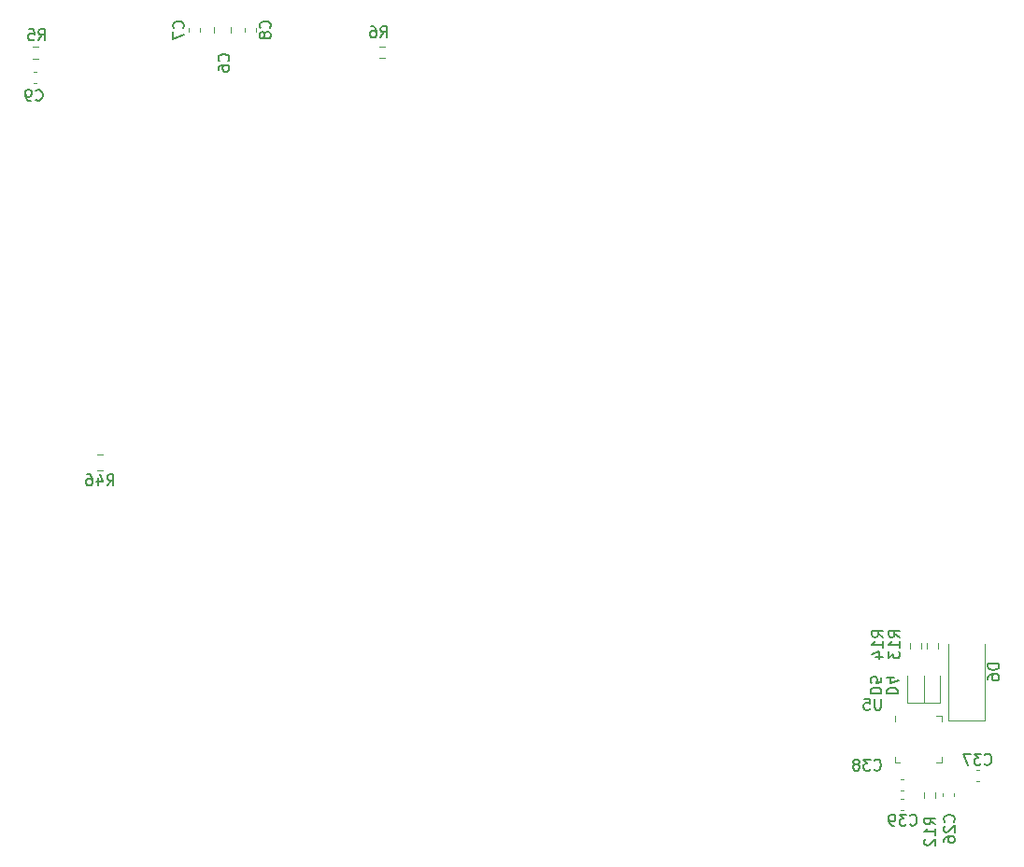
<source format=gbr>
%TF.GenerationSoftware,KiCad,Pcbnew,(5.1.12)-1*%
%TF.CreationDate,2022-03-24T08:21:23-05:00*%
%TF.ProjectId,Psoc-CTF,50736f63-2d43-4544-962e-6b696361645f,rev?*%
%TF.SameCoordinates,Original*%
%TF.FileFunction,Legend,Bot*%
%TF.FilePolarity,Positive*%
%FSLAX46Y46*%
G04 Gerber Fmt 4.6, Leading zero omitted, Abs format (unit mm)*
G04 Created by KiCad (PCBNEW (5.1.12)-1) date 2022-03-24 08:21:23*
%MOMM*%
%LPD*%
G01*
G04 APERTURE LIST*
%ADD10C,0.120000*%
%ADD11C,0.150000*%
G04 APERTURE END LIST*
D10*
%TO.C,U5*%
X197026000Y-112853000D02*
X197026000Y-112378000D01*
X201246000Y-116598000D02*
X200771000Y-116598000D01*
X201246000Y-116123000D02*
X201246000Y-116598000D01*
X201246000Y-112378000D02*
X200771000Y-112378000D01*
X201246000Y-112853000D02*
X201246000Y-112378000D01*
X197026000Y-116598000D02*
X197501000Y-116598000D01*
X197026000Y-116123000D02*
X197026000Y-116598000D01*
%TO.C,R14*%
X199427000Y-105785275D02*
X199427000Y-106294723D01*
X198382000Y-105785275D02*
X198382000Y-106294723D01*
%TO.C,R13*%
X200927001Y-105785276D02*
X200927001Y-106294724D01*
X199882001Y-105785276D02*
X199882001Y-106294724D01*
%TO.C,R12*%
X199629500Y-119782724D02*
X199629500Y-119273276D01*
X200674500Y-119782724D02*
X200674500Y-119273276D01*
%TO.C,R6*%
X150320676Y-51613000D02*
X150830124Y-51613000D01*
X150320676Y-52658000D02*
X150830124Y-52658000D01*
%TO.C,R5*%
X118865876Y-51672000D02*
X119375324Y-51672000D01*
X118865876Y-52717000D02*
X119375324Y-52717000D01*
%TO.C,D6*%
X205148000Y-112765000D02*
X205148000Y-105865000D01*
X201848000Y-112765000D02*
X201848000Y-105865000D01*
X205148000Y-112765000D02*
X201848000Y-112765000D01*
%TO.C,D5*%
X198169500Y-111200000D02*
X198169500Y-108740000D01*
X199639500Y-111200000D02*
X198169500Y-111200000D01*
X199639500Y-108740000D02*
X199639500Y-111200000D01*
%TO.C,D4*%
X199669500Y-111200000D02*
X199669500Y-108740000D01*
X201139500Y-111200000D02*
X199669500Y-111200000D01*
X201139500Y-108740000D02*
X201139500Y-111200000D01*
%TO.C,C39*%
X197529233Y-119883500D02*
X197821767Y-119883500D01*
X197529233Y-120903500D02*
X197821767Y-120903500D01*
%TO.C,C38*%
X197529233Y-118105500D02*
X197821767Y-118105500D01*
X197529233Y-119125500D02*
X197821767Y-119125500D01*
%TO.C,C37*%
X204660767Y-118296000D02*
X204368233Y-118296000D01*
X204660767Y-117276000D02*
X204368233Y-117276000D01*
%TO.C,C26*%
X202376500Y-119358233D02*
X202376500Y-119650767D01*
X201356500Y-119358233D02*
X201356500Y-119650767D01*
%TO.C,C9*%
X119266867Y-54954500D02*
X118974333Y-54954500D01*
X119266867Y-53934500D02*
X118974333Y-53934500D01*
%TO.C,C8*%
X139087500Y-49996134D02*
X139087500Y-50288668D01*
X138067500Y-49996134D02*
X138067500Y-50288668D01*
%TO.C,C7*%
X134087500Y-49996132D02*
X134087500Y-50288666D01*
X133067500Y-49996132D02*
X133067500Y-50288666D01*
%TO.C,C6*%
X136812501Y-49881148D02*
X136812501Y-50403652D01*
X135342501Y-49881148D02*
X135342501Y-50403652D01*
%TO.C,R46*%
X124770936Y-88630000D02*
X125225064Y-88630000D01*
X124770936Y-90100000D02*
X125225064Y-90100000D01*
%TO.C,U5*%
D11*
X195759904Y-110817380D02*
X195759904Y-111626904D01*
X195712285Y-111722142D01*
X195664666Y-111769761D01*
X195569428Y-111817380D01*
X195378952Y-111817380D01*
X195283714Y-111769761D01*
X195236095Y-111722142D01*
X195188476Y-111626904D01*
X195188476Y-110817380D01*
X194236095Y-110817380D02*
X194712285Y-110817380D01*
X194759904Y-111293571D01*
X194712285Y-111245952D01*
X194617047Y-111198333D01*
X194378952Y-111198333D01*
X194283714Y-111245952D01*
X194236095Y-111293571D01*
X194188476Y-111388809D01*
X194188476Y-111626904D01*
X194236095Y-111722142D01*
X194283714Y-111769761D01*
X194378952Y-111817380D01*
X194617047Y-111817380D01*
X194712285Y-111769761D01*
X194759904Y-111722142D01*
%TO.C,R14*%
X195950380Y-105222142D02*
X195474190Y-104888809D01*
X195950380Y-104650714D02*
X194950380Y-104650714D01*
X194950380Y-105031666D01*
X194998000Y-105126904D01*
X195045619Y-105174523D01*
X195140857Y-105222142D01*
X195283714Y-105222142D01*
X195378952Y-105174523D01*
X195426571Y-105126904D01*
X195474190Y-105031666D01*
X195474190Y-104650714D01*
X195950380Y-106174523D02*
X195950380Y-105603095D01*
X195950380Y-105888809D02*
X194950380Y-105888809D01*
X195093238Y-105793571D01*
X195188476Y-105698333D01*
X195236095Y-105603095D01*
X195283714Y-107031666D02*
X195950380Y-107031666D01*
X194902761Y-106793571D02*
X195617047Y-106555476D01*
X195617047Y-107174523D01*
%TO.C,R13*%
X197450380Y-105222142D02*
X196974190Y-104888809D01*
X197450380Y-104650714D02*
X196450380Y-104650714D01*
X196450380Y-105031666D01*
X196498000Y-105126904D01*
X196545619Y-105174523D01*
X196640857Y-105222142D01*
X196783714Y-105222142D01*
X196878952Y-105174523D01*
X196926571Y-105126904D01*
X196974190Y-105031666D01*
X196974190Y-104650714D01*
X197450380Y-106174523D02*
X197450380Y-105603095D01*
X197450380Y-105888809D02*
X196450380Y-105888809D01*
X196593238Y-105793571D01*
X196688476Y-105698333D01*
X196736095Y-105603095D01*
X196450380Y-106507857D02*
X196450380Y-107126904D01*
X196831333Y-106793571D01*
X196831333Y-106936428D01*
X196878952Y-107031666D01*
X196926571Y-107079285D01*
X197021809Y-107126904D01*
X197259904Y-107126904D01*
X197355142Y-107079285D01*
X197402761Y-107031666D01*
X197450380Y-106936428D01*
X197450380Y-106650714D01*
X197402761Y-106555476D01*
X197355142Y-106507857D01*
%TO.C,R12*%
X200700380Y-122222142D02*
X200224190Y-121888809D01*
X200700380Y-121650714D02*
X199700380Y-121650714D01*
X199700380Y-122031666D01*
X199748000Y-122126904D01*
X199795619Y-122174523D01*
X199890857Y-122222142D01*
X200033714Y-122222142D01*
X200128952Y-122174523D01*
X200176571Y-122126904D01*
X200224190Y-122031666D01*
X200224190Y-121650714D01*
X200700380Y-123174523D02*
X200700380Y-122603095D01*
X200700380Y-122888809D02*
X199700380Y-122888809D01*
X199843238Y-122793571D01*
X199938476Y-122698333D01*
X199986095Y-122603095D01*
X199795619Y-123555476D02*
X199748000Y-123603095D01*
X199700380Y-123698333D01*
X199700380Y-123936428D01*
X199748000Y-124031666D01*
X199795619Y-124079285D01*
X199890857Y-124126904D01*
X199986095Y-124126904D01*
X200128952Y-124079285D01*
X200700380Y-123507857D01*
X200700380Y-124126904D01*
%TO.C,R6*%
X150414666Y-50817380D02*
X150748000Y-50341190D01*
X150986095Y-50817380D02*
X150986095Y-49817380D01*
X150605142Y-49817380D01*
X150509904Y-49865000D01*
X150462285Y-49912619D01*
X150414666Y-50007857D01*
X150414666Y-50150714D01*
X150462285Y-50245952D01*
X150509904Y-50293571D01*
X150605142Y-50341190D01*
X150986095Y-50341190D01*
X149557523Y-49817380D02*
X149748000Y-49817380D01*
X149843238Y-49865000D01*
X149890857Y-49912619D01*
X149986095Y-50055476D01*
X150033714Y-50245952D01*
X150033714Y-50626904D01*
X149986095Y-50722142D01*
X149938476Y-50769761D01*
X149843238Y-50817380D01*
X149652761Y-50817380D01*
X149557523Y-50769761D01*
X149509904Y-50722142D01*
X149462285Y-50626904D01*
X149462285Y-50388809D01*
X149509904Y-50293571D01*
X149557523Y-50245952D01*
X149652761Y-50198333D01*
X149843238Y-50198333D01*
X149938476Y-50245952D01*
X149986095Y-50293571D01*
X150033714Y-50388809D01*
%TO.C,R5*%
X119414666Y-51067380D02*
X119748000Y-50591190D01*
X119986095Y-51067380D02*
X119986095Y-50067380D01*
X119605142Y-50067380D01*
X119509904Y-50115000D01*
X119462285Y-50162619D01*
X119414666Y-50257857D01*
X119414666Y-50400714D01*
X119462285Y-50495952D01*
X119509904Y-50543571D01*
X119605142Y-50591190D01*
X119986095Y-50591190D01*
X118509904Y-50067380D02*
X118986095Y-50067380D01*
X119033714Y-50543571D01*
X118986095Y-50495952D01*
X118890857Y-50448333D01*
X118652761Y-50448333D01*
X118557523Y-50495952D01*
X118509904Y-50543571D01*
X118462285Y-50638809D01*
X118462285Y-50876904D01*
X118509904Y-50972142D01*
X118557523Y-51019761D01*
X118652761Y-51067380D01*
X118890857Y-51067380D01*
X118986095Y-51019761D01*
X119033714Y-50972142D01*
%TO.C,D6*%
X206450380Y-107626904D02*
X205450380Y-107626904D01*
X205450380Y-107865000D01*
X205498000Y-108007857D01*
X205593238Y-108103095D01*
X205688476Y-108150714D01*
X205878952Y-108198333D01*
X206021809Y-108198333D01*
X206212285Y-108150714D01*
X206307523Y-108103095D01*
X206402761Y-108007857D01*
X206450380Y-107865000D01*
X206450380Y-107626904D01*
X205450380Y-109055476D02*
X205450380Y-108865000D01*
X205498000Y-108769761D01*
X205545619Y-108722142D01*
X205688476Y-108626904D01*
X205878952Y-108579285D01*
X206259904Y-108579285D01*
X206355142Y-108626904D01*
X206402761Y-108674523D01*
X206450380Y-108769761D01*
X206450380Y-108960238D01*
X206402761Y-109055476D01*
X206355142Y-109103095D01*
X206259904Y-109150714D01*
X206021809Y-109150714D01*
X205926571Y-109103095D01*
X205878952Y-109055476D01*
X205831333Y-108960238D01*
X205831333Y-108769761D01*
X205878952Y-108674523D01*
X205926571Y-108626904D01*
X206021809Y-108579285D01*
%TO.C,D5*%
X194795619Y-110353095D02*
X195795619Y-110353095D01*
X195795619Y-110115000D01*
X195748000Y-109972142D01*
X195652761Y-109876904D01*
X195557523Y-109829285D01*
X195367047Y-109781666D01*
X195224190Y-109781666D01*
X195033714Y-109829285D01*
X194938476Y-109876904D01*
X194843238Y-109972142D01*
X194795619Y-110115000D01*
X194795619Y-110353095D01*
X195795619Y-108876904D02*
X195795619Y-109353095D01*
X195319428Y-109400714D01*
X195367047Y-109353095D01*
X195414666Y-109257857D01*
X195414666Y-109019761D01*
X195367047Y-108924523D01*
X195319428Y-108876904D01*
X195224190Y-108829285D01*
X194986095Y-108829285D01*
X194890857Y-108876904D01*
X194843238Y-108924523D01*
X194795619Y-109019761D01*
X194795619Y-109257857D01*
X194843238Y-109353095D01*
X194890857Y-109400714D01*
%TO.C,D4*%
X196295619Y-110353095D02*
X197295619Y-110353095D01*
X197295619Y-110115000D01*
X197248000Y-109972142D01*
X197152761Y-109876904D01*
X197057523Y-109829285D01*
X196867047Y-109781666D01*
X196724190Y-109781666D01*
X196533714Y-109829285D01*
X196438476Y-109876904D01*
X196343238Y-109972142D01*
X196295619Y-110115000D01*
X196295619Y-110353095D01*
X196962285Y-108924523D02*
X196295619Y-108924523D01*
X197343238Y-109162619D02*
X196628952Y-109400714D01*
X196628952Y-108781666D01*
%TO.C,C39*%
X198390857Y-122222142D02*
X198438476Y-122269761D01*
X198581333Y-122317380D01*
X198676571Y-122317380D01*
X198819428Y-122269761D01*
X198914666Y-122174523D01*
X198962285Y-122079285D01*
X199009904Y-121888809D01*
X199009904Y-121745952D01*
X198962285Y-121555476D01*
X198914666Y-121460238D01*
X198819428Y-121365000D01*
X198676571Y-121317380D01*
X198581333Y-121317380D01*
X198438476Y-121365000D01*
X198390857Y-121412619D01*
X198057523Y-121317380D02*
X197438476Y-121317380D01*
X197771809Y-121698333D01*
X197628952Y-121698333D01*
X197533714Y-121745952D01*
X197486095Y-121793571D01*
X197438476Y-121888809D01*
X197438476Y-122126904D01*
X197486095Y-122222142D01*
X197533714Y-122269761D01*
X197628952Y-122317380D01*
X197914666Y-122317380D01*
X198009904Y-122269761D01*
X198057523Y-122222142D01*
X196962285Y-122317380D02*
X196771809Y-122317380D01*
X196676571Y-122269761D01*
X196628952Y-122222142D01*
X196533714Y-122079285D01*
X196486095Y-121888809D01*
X196486095Y-121507857D01*
X196533714Y-121412619D01*
X196581333Y-121365000D01*
X196676571Y-121317380D01*
X196867047Y-121317380D01*
X196962285Y-121365000D01*
X197009904Y-121412619D01*
X197057523Y-121507857D01*
X197057523Y-121745952D01*
X197009904Y-121841190D01*
X196962285Y-121888809D01*
X196867047Y-121936428D01*
X196676571Y-121936428D01*
X196581333Y-121888809D01*
X196533714Y-121841190D01*
X196486095Y-121745952D01*
%TO.C,C38*%
X195140857Y-117222142D02*
X195188476Y-117269761D01*
X195331333Y-117317380D01*
X195426571Y-117317380D01*
X195569428Y-117269761D01*
X195664666Y-117174523D01*
X195712285Y-117079285D01*
X195759904Y-116888809D01*
X195759904Y-116745952D01*
X195712285Y-116555476D01*
X195664666Y-116460238D01*
X195569428Y-116365000D01*
X195426571Y-116317380D01*
X195331333Y-116317380D01*
X195188476Y-116365000D01*
X195140857Y-116412619D01*
X194807523Y-116317380D02*
X194188476Y-116317380D01*
X194521809Y-116698333D01*
X194378952Y-116698333D01*
X194283714Y-116745952D01*
X194236095Y-116793571D01*
X194188476Y-116888809D01*
X194188476Y-117126904D01*
X194236095Y-117222142D01*
X194283714Y-117269761D01*
X194378952Y-117317380D01*
X194664666Y-117317380D01*
X194759904Y-117269761D01*
X194807523Y-117222142D01*
X193617047Y-116745952D02*
X193712285Y-116698333D01*
X193759904Y-116650714D01*
X193807523Y-116555476D01*
X193807523Y-116507857D01*
X193759904Y-116412619D01*
X193712285Y-116365000D01*
X193617047Y-116317380D01*
X193426571Y-116317380D01*
X193331333Y-116365000D01*
X193283714Y-116412619D01*
X193236095Y-116507857D01*
X193236095Y-116555476D01*
X193283714Y-116650714D01*
X193331333Y-116698333D01*
X193426571Y-116745952D01*
X193617047Y-116745952D01*
X193712285Y-116793571D01*
X193759904Y-116841190D01*
X193807523Y-116936428D01*
X193807523Y-117126904D01*
X193759904Y-117222142D01*
X193712285Y-117269761D01*
X193617047Y-117317380D01*
X193426571Y-117317380D01*
X193331333Y-117269761D01*
X193283714Y-117222142D01*
X193236095Y-117126904D01*
X193236095Y-116936428D01*
X193283714Y-116841190D01*
X193331333Y-116793571D01*
X193426571Y-116745952D01*
%TO.C,C37*%
X205157357Y-116713142D02*
X205204976Y-116760761D01*
X205347833Y-116808380D01*
X205443071Y-116808380D01*
X205585928Y-116760761D01*
X205681166Y-116665523D01*
X205728785Y-116570285D01*
X205776404Y-116379809D01*
X205776404Y-116236952D01*
X205728785Y-116046476D01*
X205681166Y-115951238D01*
X205585928Y-115856000D01*
X205443071Y-115808380D01*
X205347833Y-115808380D01*
X205204976Y-115856000D01*
X205157357Y-115903619D01*
X204824023Y-115808380D02*
X204204976Y-115808380D01*
X204538309Y-116189333D01*
X204395452Y-116189333D01*
X204300214Y-116236952D01*
X204252595Y-116284571D01*
X204204976Y-116379809D01*
X204204976Y-116617904D01*
X204252595Y-116713142D01*
X204300214Y-116760761D01*
X204395452Y-116808380D01*
X204681166Y-116808380D01*
X204776404Y-116760761D01*
X204824023Y-116713142D01*
X203871642Y-115808380D02*
X203204976Y-115808380D01*
X203633547Y-116808380D01*
%TO.C,C26*%
X202355142Y-121972142D02*
X202402761Y-121924523D01*
X202450380Y-121781666D01*
X202450380Y-121686428D01*
X202402761Y-121543571D01*
X202307523Y-121448333D01*
X202212285Y-121400714D01*
X202021809Y-121353095D01*
X201878952Y-121353095D01*
X201688476Y-121400714D01*
X201593238Y-121448333D01*
X201498000Y-121543571D01*
X201450380Y-121686428D01*
X201450380Y-121781666D01*
X201498000Y-121924523D01*
X201545619Y-121972142D01*
X201545619Y-122353095D02*
X201498000Y-122400714D01*
X201450380Y-122495952D01*
X201450380Y-122734047D01*
X201498000Y-122829285D01*
X201545619Y-122876904D01*
X201640857Y-122924523D01*
X201736095Y-122924523D01*
X201878952Y-122876904D01*
X202450380Y-122305476D01*
X202450380Y-122924523D01*
X201450380Y-123781666D02*
X201450380Y-123591190D01*
X201498000Y-123495952D01*
X201545619Y-123448333D01*
X201688476Y-123353095D01*
X201878952Y-123305476D01*
X202259904Y-123305476D01*
X202355142Y-123353095D01*
X202402761Y-123400714D01*
X202450380Y-123495952D01*
X202450380Y-123686428D01*
X202402761Y-123781666D01*
X202355142Y-123829285D01*
X202259904Y-123876904D01*
X202021809Y-123876904D01*
X201926571Y-123829285D01*
X201878952Y-123781666D01*
X201831333Y-123686428D01*
X201831333Y-123495952D01*
X201878952Y-123400714D01*
X201926571Y-123353095D01*
X202021809Y-123305476D01*
%TO.C,C9*%
X119164666Y-56472142D02*
X119212285Y-56519761D01*
X119355142Y-56567380D01*
X119450380Y-56567380D01*
X119593238Y-56519761D01*
X119688476Y-56424523D01*
X119736095Y-56329285D01*
X119783714Y-56138809D01*
X119783714Y-55995952D01*
X119736095Y-55805476D01*
X119688476Y-55710238D01*
X119593238Y-55615000D01*
X119450380Y-55567380D01*
X119355142Y-55567380D01*
X119212285Y-55615000D01*
X119164666Y-55662619D01*
X118688476Y-56567380D02*
X118498000Y-56567380D01*
X118402761Y-56519761D01*
X118355142Y-56472142D01*
X118259904Y-56329285D01*
X118212285Y-56138809D01*
X118212285Y-55757857D01*
X118259904Y-55662619D01*
X118307523Y-55615000D01*
X118402761Y-55567380D01*
X118593238Y-55567380D01*
X118688476Y-55615000D01*
X118736095Y-55662619D01*
X118783714Y-55757857D01*
X118783714Y-55995952D01*
X118736095Y-56091190D01*
X118688476Y-56138809D01*
X118593238Y-56186428D01*
X118402761Y-56186428D01*
X118307523Y-56138809D01*
X118259904Y-56091190D01*
X118212285Y-55995952D01*
%TO.C,C8*%
X140355142Y-49948333D02*
X140402761Y-49900714D01*
X140450380Y-49757857D01*
X140450380Y-49662619D01*
X140402761Y-49519761D01*
X140307523Y-49424523D01*
X140212285Y-49376904D01*
X140021809Y-49329285D01*
X139878952Y-49329285D01*
X139688476Y-49376904D01*
X139593238Y-49424523D01*
X139498000Y-49519761D01*
X139450380Y-49662619D01*
X139450380Y-49757857D01*
X139498000Y-49900714D01*
X139545619Y-49948333D01*
X139878952Y-50519761D02*
X139831333Y-50424523D01*
X139783714Y-50376904D01*
X139688476Y-50329285D01*
X139640857Y-50329285D01*
X139545619Y-50376904D01*
X139498000Y-50424523D01*
X139450380Y-50519761D01*
X139450380Y-50710238D01*
X139498000Y-50805476D01*
X139545619Y-50853095D01*
X139640857Y-50900714D01*
X139688476Y-50900714D01*
X139783714Y-50853095D01*
X139831333Y-50805476D01*
X139878952Y-50710238D01*
X139878952Y-50519761D01*
X139926571Y-50424523D01*
X139974190Y-50376904D01*
X140069428Y-50329285D01*
X140259904Y-50329285D01*
X140355142Y-50376904D01*
X140402761Y-50424523D01*
X140450380Y-50519761D01*
X140450380Y-50710238D01*
X140402761Y-50805476D01*
X140355142Y-50853095D01*
X140259904Y-50900714D01*
X140069428Y-50900714D01*
X139974190Y-50853095D01*
X139926571Y-50805476D01*
X139878952Y-50710238D01*
%TO.C,C7*%
X132504642Y-49975732D02*
X132552261Y-49928113D01*
X132599880Y-49785256D01*
X132599880Y-49690018D01*
X132552261Y-49547160D01*
X132457023Y-49451922D01*
X132361785Y-49404303D01*
X132171309Y-49356684D01*
X132028452Y-49356684D01*
X131837976Y-49404303D01*
X131742738Y-49451922D01*
X131647500Y-49547160D01*
X131599880Y-49690018D01*
X131599880Y-49785256D01*
X131647500Y-49928113D01*
X131695119Y-49975732D01*
X131599880Y-50309065D02*
X131599880Y-50975732D01*
X132599880Y-50547160D01*
%TO.C,C6*%
X136605142Y-52948333D02*
X136652761Y-52900714D01*
X136700380Y-52757857D01*
X136700380Y-52662619D01*
X136652761Y-52519761D01*
X136557523Y-52424523D01*
X136462285Y-52376904D01*
X136271809Y-52329285D01*
X136128952Y-52329285D01*
X135938476Y-52376904D01*
X135843238Y-52424523D01*
X135748000Y-52519761D01*
X135700380Y-52662619D01*
X135700380Y-52757857D01*
X135748000Y-52900714D01*
X135795619Y-52948333D01*
X135700380Y-53805476D02*
X135700380Y-53615000D01*
X135748000Y-53519761D01*
X135795619Y-53472142D01*
X135938476Y-53376904D01*
X136128952Y-53329285D01*
X136509904Y-53329285D01*
X136605142Y-53376904D01*
X136652761Y-53424523D01*
X136700380Y-53519761D01*
X136700380Y-53710238D01*
X136652761Y-53805476D01*
X136605142Y-53853095D01*
X136509904Y-53900714D01*
X136271809Y-53900714D01*
X136176571Y-53853095D01*
X136128952Y-53805476D01*
X136081333Y-53710238D01*
X136081333Y-53519761D01*
X136128952Y-53424523D01*
X136176571Y-53376904D01*
X136271809Y-53329285D01*
%TO.C,R46*%
X125640857Y-91467380D02*
X125974190Y-90991190D01*
X126212285Y-91467380D02*
X126212285Y-90467380D01*
X125831333Y-90467380D01*
X125736095Y-90515000D01*
X125688476Y-90562619D01*
X125640857Y-90657857D01*
X125640857Y-90800714D01*
X125688476Y-90895952D01*
X125736095Y-90943571D01*
X125831333Y-90991190D01*
X126212285Y-90991190D01*
X124783714Y-90800714D02*
X124783714Y-91467380D01*
X125021809Y-90419761D02*
X125259904Y-91134047D01*
X124640857Y-91134047D01*
X123831333Y-90467380D02*
X124021809Y-90467380D01*
X124117047Y-90515000D01*
X124164666Y-90562619D01*
X124259904Y-90705476D01*
X124307523Y-90895952D01*
X124307523Y-91276904D01*
X124259904Y-91372142D01*
X124212285Y-91419761D01*
X124117047Y-91467380D01*
X123926571Y-91467380D01*
X123831333Y-91419761D01*
X123783714Y-91372142D01*
X123736095Y-91276904D01*
X123736095Y-91038809D01*
X123783714Y-90943571D01*
X123831333Y-90895952D01*
X123926571Y-90848333D01*
X124117047Y-90848333D01*
X124212285Y-90895952D01*
X124259904Y-90943571D01*
X124307523Y-91038809D01*
%TD*%
M02*

</source>
